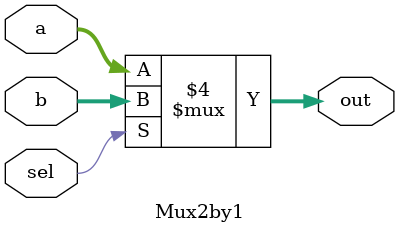
<source format=sv>

module Mux2by1(
   input logic [31:0]a,b,
   input logic sel,
   output logic [31:0]out
    );
    always_comb begin
        if (sel==0) begin
            out=a;
        end
        else begin
            out=b;
        end
    end
endmodule

</source>
